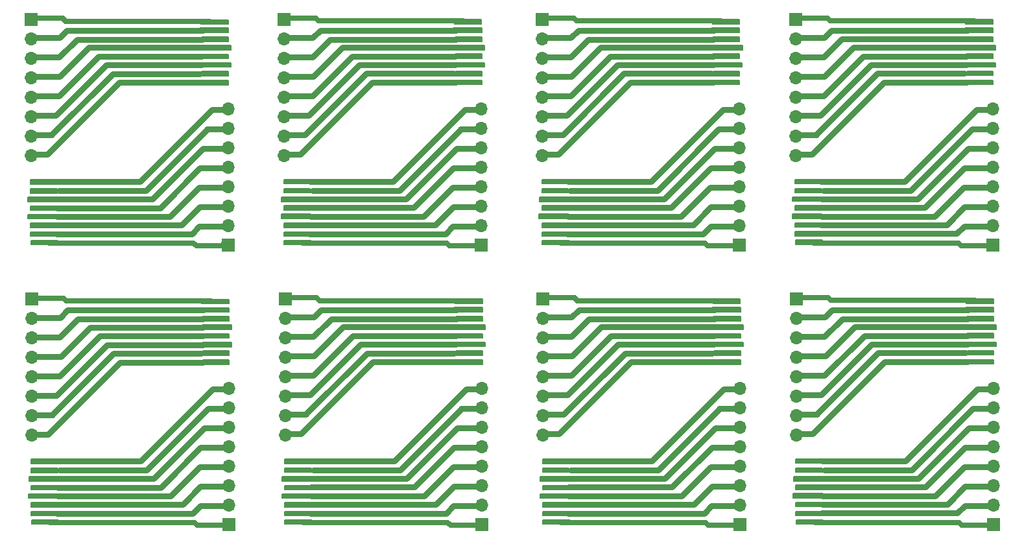
<source format=gbr>
%TF.GenerationSoftware,KiCad,Pcbnew,(7.0.0-0)*%
%TF.CreationDate,2023-03-26T23:37:05+02:00*%
%TF.ProjectId,microsdcard_sub_panelized_wocuts,6d696372-6f73-4646-9361-72645f737562,rev?*%
%TF.SameCoordinates,Original*%
%TF.FileFunction,Copper,L1,Top*%
%TF.FilePolarity,Positive*%
%FSLAX46Y46*%
G04 Gerber Fmt 4.6, Leading zero omitted, Abs format (unit mm)*
G04 Created by KiCad (PCBNEW (7.0.0-0)) date 2023-03-26 23:37:05*
%MOMM*%
%LPD*%
G01*
G04 APERTURE LIST*
%TA.AperFunction,NonConductor*%
%ADD10C,0.200000*%
%TD*%
%TA.AperFunction,ComponentPad*%
%ADD11R,1.700000X1.700000*%
%TD*%
%TA.AperFunction,ComponentPad*%
%ADD12O,1.700000X1.700000*%
%TD*%
%TA.AperFunction,Conductor*%
%ADD13C,0.750000*%
%TD*%
%TA.AperFunction,Conductor*%
%ADD14C,0.650000*%
%TD*%
G04 APERTURE END LIST*
D10*
G36*
X127116000Y-103244600D02*
G01*
X123628200Y-103244600D01*
X123628200Y-102697000D01*
X127116000Y-102697000D01*
X127116000Y-103244600D01*
G37*
X127116000Y-103244600D02*
X123628200Y-103244600D01*
X123628200Y-102697000D01*
X127116000Y-102697000D01*
X127116000Y-103244600D01*
G36*
X127176600Y-107742600D02*
G01*
X123653200Y-107742600D01*
X123653200Y-107197000D01*
X127176600Y-107197000D01*
X127176600Y-107742600D01*
G37*
X127176600Y-107742600D02*
X123653200Y-107742600D01*
X123653200Y-107197000D01*
X127176600Y-107197000D01*
X127176600Y-107742600D01*
G36*
X127065200Y-100995000D02*
G01*
X123628200Y-100995000D01*
X123628200Y-100447400D01*
X127065200Y-100447400D01*
X127065200Y-100995000D01*
G37*
X127065200Y-100995000D02*
X123628200Y-100995000D01*
X123628200Y-100447400D01*
X127065200Y-100447400D01*
X127065200Y-100995000D01*
G36*
X127319200Y-106645000D02*
G01*
X123628200Y-106645000D01*
X123628200Y-106097400D01*
X127319200Y-106097400D01*
X127319200Y-106645000D01*
G37*
X127319200Y-106645000D02*
X123628200Y-106645000D01*
X123628200Y-106097400D01*
X127319200Y-106097400D01*
X127319200Y-106645000D01*
G36*
X127065200Y-99819200D02*
G01*
X123628200Y-99819200D01*
X123628200Y-99271600D01*
X127065200Y-99271600D01*
X127065200Y-99819200D01*
G37*
X127065200Y-99819200D02*
X123628200Y-99819200D01*
X123628200Y-99271600D01*
X127065200Y-99271600D01*
X127065200Y-99819200D01*
G36*
X127116000Y-105494600D02*
G01*
X123628200Y-105494600D01*
X123628200Y-104921600D01*
X127116000Y-104921600D01*
X127116000Y-105494600D01*
G37*
X127116000Y-105494600D02*
X123628200Y-105494600D01*
X123628200Y-104921600D01*
X127116000Y-104921600D01*
X127116000Y-105494600D01*
G36*
X127090200Y-101572001D02*
G01*
X127090200Y-102119600D01*
X123303200Y-102119600D01*
X123303200Y-101572000D01*
X127090200Y-101572001D01*
G37*
X127090200Y-101572001D02*
X127090200Y-102119600D01*
X123303200Y-102119600D01*
X123303200Y-101572000D01*
X127090200Y-101572001D01*
G36*
X127116000Y-104369600D02*
G01*
X123278199Y-104369600D01*
X123278200Y-103796600D01*
X127116000Y-103796600D01*
X127116000Y-104369600D01*
G37*
X127116000Y-104369600D02*
X123278199Y-104369600D01*
X123278200Y-103796600D01*
X127116000Y-103796600D01*
X127116000Y-104369600D01*
X112926600Y-86326600D02*
X116363600Y-86326600D01*
X116363600Y-86326600D02*
X116363600Y-86874200D01*
X116363600Y-86874200D02*
X112926600Y-86874200D01*
X112926600Y-86874200D02*
X112926600Y-86326600D01*
G36*
X112926600Y-86326600D02*
G01*
X116363600Y-86326600D01*
X116363600Y-86874200D01*
X112926600Y-86874200D01*
X112926600Y-86326600D01*
G37*
X112875800Y-81776200D02*
X116713600Y-81776200D01*
X116713600Y-81776200D02*
X116713600Y-82349200D01*
X116713600Y-82349200D02*
X112875800Y-82349200D01*
X112875800Y-82349200D02*
X112875800Y-81776200D01*
G36*
X112875800Y-81776200D02*
G01*
X116713600Y-81776200D01*
X116713600Y-82349200D01*
X112875800Y-82349200D01*
X112875800Y-81776200D01*
G37*
X112901600Y-84026200D02*
X116688600Y-84026200D01*
X116688600Y-84026200D02*
X116688600Y-84573800D01*
X116688600Y-84573800D02*
X112901600Y-84573800D01*
X112901600Y-84573800D02*
X112901600Y-84026200D01*
G36*
X112901600Y-84026200D02*
G01*
X116688600Y-84026200D01*
X116688600Y-84573800D01*
X112901600Y-84573800D01*
X112901600Y-84026200D01*
G37*
X112815200Y-78403200D02*
X116338600Y-78403200D01*
X116338600Y-78403200D02*
X116338600Y-78948800D01*
X116338600Y-78948800D02*
X112815200Y-78948800D01*
X112815200Y-78948800D02*
X112815200Y-78403200D01*
G36*
X112815200Y-78403200D02*
G01*
X116338600Y-78403200D01*
X116338600Y-78948800D01*
X112815200Y-78948800D01*
X112815200Y-78403200D01*
G37*
X112875800Y-82901200D02*
X116363600Y-82901200D01*
X116363600Y-82901200D02*
X116363600Y-83448800D01*
X116363600Y-83448800D02*
X112875800Y-83448800D01*
X112875800Y-83448800D02*
X112875800Y-82901200D01*
G36*
X112875800Y-82901200D02*
G01*
X116363600Y-82901200D01*
X116363600Y-83448800D01*
X112875800Y-83448800D01*
X112875800Y-82901200D01*
G37*
X112875800Y-80651200D02*
X116363600Y-80651200D01*
X116363600Y-80651200D02*
X116363600Y-81224200D01*
X116363600Y-81224200D02*
X112875800Y-81224200D01*
X112875800Y-81224200D02*
X112875800Y-80651200D01*
G36*
X112875800Y-80651200D02*
G01*
X116363600Y-80651200D01*
X116363600Y-81224200D01*
X112875800Y-81224200D01*
X112875800Y-80651200D01*
G37*
X112672600Y-79500800D02*
X116363600Y-79500800D01*
X116363600Y-79500800D02*
X116363600Y-80048400D01*
X116363600Y-80048400D02*
X112672600Y-80048400D01*
X112672600Y-80048400D02*
X112672600Y-79500800D01*
G36*
X112672600Y-79500800D02*
G01*
X116363600Y-79500800D01*
X116363600Y-80048400D01*
X112672600Y-80048400D01*
X112672600Y-79500800D01*
G37*
X112926600Y-85150800D02*
X116363600Y-85150800D01*
X116363600Y-85150800D02*
X116363600Y-85698400D01*
X116363600Y-85698400D02*
X112926600Y-85698400D01*
X112926600Y-85698400D02*
X112926600Y-85150800D01*
G36*
X112926600Y-85150800D02*
G01*
X116363600Y-85150800D01*
X116363600Y-85698400D01*
X112926600Y-85698400D01*
X112926600Y-85150800D01*
G37*
G36*
X94039400Y-104384200D02*
G01*
X90201599Y-104384200D01*
X90201600Y-103811200D01*
X94039400Y-103811200D01*
X94039400Y-104384200D01*
G37*
X94039400Y-104384200D02*
X90201599Y-104384200D01*
X90201600Y-103811200D01*
X94039400Y-103811200D01*
X94039400Y-104384200D01*
G36*
X94013600Y-101586601D02*
G01*
X94013600Y-102134200D01*
X90226600Y-102134200D01*
X90226600Y-101586600D01*
X94013600Y-101586601D01*
G37*
X94013600Y-101586601D02*
X94013600Y-102134200D01*
X90226600Y-102134200D01*
X90226600Y-101586600D01*
X94013600Y-101586601D01*
G36*
X94039400Y-105509200D02*
G01*
X90551600Y-105509200D01*
X90551600Y-104936200D01*
X94039400Y-104936200D01*
X94039400Y-105509200D01*
G37*
X94039400Y-105509200D02*
X90551600Y-105509200D01*
X90551600Y-104936200D01*
X94039400Y-104936200D01*
X94039400Y-105509200D01*
G36*
X94242600Y-106659600D02*
G01*
X90551600Y-106659600D01*
X90551600Y-106112000D01*
X94242600Y-106112000D01*
X94242600Y-106659600D01*
G37*
X94242600Y-106659600D02*
X90551600Y-106659600D01*
X90551600Y-106112000D01*
X94242600Y-106112000D01*
X94242600Y-106659600D01*
G36*
X94039400Y-103259200D02*
G01*
X90551600Y-103259200D01*
X90551600Y-102711600D01*
X94039400Y-102711600D01*
X94039400Y-103259200D01*
G37*
X94039400Y-103259200D02*
X90551600Y-103259200D01*
X90551600Y-102711600D01*
X94039400Y-102711600D01*
X94039400Y-103259200D01*
G36*
X93988600Y-101009600D02*
G01*
X90551600Y-101009600D01*
X90551600Y-100462000D01*
X93988600Y-100462000D01*
X93988600Y-101009600D01*
G37*
X93988600Y-101009600D02*
X90551600Y-101009600D01*
X90551600Y-100462000D01*
X93988600Y-100462000D01*
X93988600Y-101009600D01*
G36*
X94100000Y-107757200D02*
G01*
X90576600Y-107757200D01*
X90576600Y-107211600D01*
X94100000Y-107211600D01*
X94100000Y-107757200D01*
G37*
X94100000Y-107757200D02*
X90576600Y-107757200D01*
X90576600Y-107211600D01*
X94100000Y-107211600D01*
X94100000Y-107757200D01*
G36*
X93988600Y-99833800D02*
G01*
X90551600Y-99833800D01*
X90551600Y-99286200D01*
X93988600Y-99286200D01*
X93988600Y-99833800D01*
G37*
X93988600Y-99833800D02*
X90551600Y-99833800D01*
X90551600Y-99286200D01*
X93988600Y-99286200D01*
X93988600Y-99833800D01*
G36*
X193867600Y-105480000D02*
G01*
X190379800Y-105480000D01*
X190379800Y-104907000D01*
X193867600Y-104907000D01*
X193867600Y-105480000D01*
G37*
X193867600Y-105480000D02*
X190379800Y-105480000D01*
X190379800Y-104907000D01*
X193867600Y-104907000D01*
X193867600Y-105480000D01*
X179653200Y-84011600D02*
X183440200Y-84011600D01*
X183440200Y-84011600D02*
X183440200Y-84559200D01*
X183440200Y-84559200D02*
X179653200Y-84559200D01*
X179653200Y-84559200D02*
X179653200Y-84011600D01*
G36*
X179653200Y-84011600D02*
G01*
X183440200Y-84011600D01*
X183440200Y-84559200D01*
X179653200Y-84559200D01*
X179653200Y-84011600D01*
G37*
X212729800Y-83997000D02*
X216516800Y-83997000D01*
X216516800Y-83997000D02*
X216516800Y-84544600D01*
X216516800Y-84544600D02*
X212729800Y-84544600D01*
X212729800Y-84544600D02*
X212729800Y-83997000D01*
G36*
X212729800Y-83997000D02*
G01*
X216516800Y-83997000D01*
X216516800Y-84544600D01*
X212729800Y-84544600D01*
X212729800Y-83997000D01*
G37*
X179566800Y-78388600D02*
X183090200Y-78388600D01*
X183090200Y-78388600D02*
X183090200Y-78934200D01*
X183090200Y-78934200D02*
X179566800Y-78934200D01*
X179566800Y-78934200D02*
X179566800Y-78388600D01*
G36*
X179566800Y-78388600D02*
G01*
X183090200Y-78388600D01*
X183090200Y-78934200D01*
X179566800Y-78934200D01*
X179566800Y-78388600D01*
G37*
X179627400Y-81761600D02*
X183465200Y-81761600D01*
X183465200Y-81761600D02*
X183465200Y-82334600D01*
X183465200Y-82334600D02*
X179627400Y-82334600D01*
X179627400Y-82334600D02*
X179627400Y-81761600D01*
G36*
X179627400Y-81761600D02*
G01*
X183465200Y-81761600D01*
X183465200Y-82334600D01*
X179627400Y-82334600D01*
X179627400Y-81761600D01*
G37*
X212704000Y-82872000D02*
X216191800Y-82872000D01*
X216191800Y-82872000D02*
X216191800Y-83419600D01*
X216191800Y-83419600D02*
X212704000Y-83419600D01*
X212704000Y-83419600D02*
X212704000Y-82872000D01*
G36*
X212704000Y-82872000D02*
G01*
X216191800Y-82872000D01*
X216191800Y-83419600D01*
X212704000Y-83419600D01*
X212704000Y-82872000D01*
G37*
X179678200Y-85136200D02*
X183115200Y-85136200D01*
X183115200Y-85136200D02*
X183115200Y-85683800D01*
X183115200Y-85683800D02*
X179678200Y-85683800D01*
X179678200Y-85683800D02*
X179678200Y-85136200D01*
G36*
X179678200Y-85136200D02*
G01*
X183115200Y-85136200D01*
X183115200Y-85683800D01*
X179678200Y-85683800D01*
X179678200Y-85136200D01*
G37*
X179627400Y-82886600D02*
X183115200Y-82886600D01*
X183115200Y-82886600D02*
X183115200Y-83434200D01*
X183115200Y-83434200D02*
X179627400Y-83434200D01*
X179627400Y-83434200D02*
X179627400Y-82886600D01*
G36*
X179627400Y-82886600D02*
G01*
X183115200Y-82886600D01*
X183115200Y-83434200D01*
X179627400Y-83434200D01*
X179627400Y-82886600D01*
G37*
X179424200Y-79486200D02*
X183115200Y-79486200D01*
X183115200Y-79486200D02*
X183115200Y-80033800D01*
X183115200Y-80033800D02*
X179424200Y-80033800D01*
X179424200Y-80033800D02*
X179424200Y-79486200D01*
G36*
X179424200Y-79486200D02*
G01*
X183115200Y-79486200D01*
X183115200Y-80033800D01*
X179424200Y-80033800D01*
X179424200Y-79486200D01*
G37*
X212754800Y-86297400D02*
X216191800Y-86297400D01*
X216191800Y-86297400D02*
X216191800Y-86845000D01*
X216191800Y-86845000D02*
X212754800Y-86845000D01*
X212754800Y-86845000D02*
X212754800Y-86297400D01*
G36*
X212754800Y-86297400D02*
G01*
X216191800Y-86297400D01*
X216191800Y-86845000D01*
X212754800Y-86845000D01*
X212754800Y-86297400D01*
G37*
X179678200Y-86312000D02*
X183115200Y-86312000D01*
X183115200Y-86312000D02*
X183115200Y-86859600D01*
X183115200Y-86859600D02*
X179678200Y-86859600D01*
X179678200Y-86859600D02*
X179678200Y-86312000D01*
G36*
X179678200Y-86312000D02*
G01*
X183115200Y-86312000D01*
X183115200Y-86859600D01*
X179678200Y-86859600D01*
X179678200Y-86312000D01*
G37*
X179627400Y-80636600D02*
X183115200Y-80636600D01*
X183115200Y-80636600D02*
X183115200Y-81209600D01*
X183115200Y-81209600D02*
X179627400Y-81209600D01*
X179627400Y-81209600D02*
X179627400Y-80636600D01*
G36*
X179627400Y-80636600D02*
G01*
X183115200Y-80636600D01*
X183115200Y-81209600D01*
X179627400Y-81209600D01*
X179627400Y-80636600D01*
G37*
G36*
X160994200Y-106645000D02*
G01*
X157303200Y-106645000D01*
X157303200Y-106097400D01*
X160994200Y-106097400D01*
X160994200Y-106645000D01*
G37*
X160994200Y-106645000D02*
X157303200Y-106645000D01*
X157303200Y-106097400D01*
X160994200Y-106097400D01*
X160994200Y-106645000D01*
G36*
X160765200Y-101572001D02*
G01*
X160765200Y-102119600D01*
X156978200Y-102119600D01*
X156978200Y-101572000D01*
X160765200Y-101572001D01*
G37*
X160765200Y-101572001D02*
X160765200Y-102119600D01*
X156978200Y-102119600D01*
X156978200Y-101572000D01*
X160765200Y-101572001D01*
G36*
X160791000Y-105494600D02*
G01*
X157303200Y-105494600D01*
X157303200Y-104921600D01*
X160791000Y-104921600D01*
X160791000Y-105494600D01*
G37*
X160791000Y-105494600D02*
X157303200Y-105494600D01*
X157303200Y-104921600D01*
X160791000Y-104921600D01*
X160791000Y-105494600D01*
G36*
X160851600Y-107742600D02*
G01*
X157328200Y-107742600D01*
X157328200Y-107197000D01*
X160851600Y-107197000D01*
X160851600Y-107742600D01*
G37*
X160851600Y-107742600D02*
X157328200Y-107742600D01*
X157328200Y-107197000D01*
X160851600Y-107197000D01*
X160851600Y-107742600D01*
G36*
X160791000Y-103244600D02*
G01*
X157303200Y-103244600D01*
X157303200Y-102697000D01*
X160791000Y-102697000D01*
X160791000Y-103244600D01*
G37*
X160791000Y-103244600D02*
X157303200Y-103244600D01*
X157303200Y-102697000D01*
X160791000Y-102697000D01*
X160791000Y-103244600D01*
G36*
X160740200Y-99819200D02*
G01*
X157303200Y-99819200D01*
X157303200Y-99271600D01*
X160740200Y-99271600D01*
X160740200Y-99819200D01*
G37*
X160740200Y-99819200D02*
X157303200Y-99819200D01*
X157303200Y-99271600D01*
X160740200Y-99271600D01*
X160740200Y-99819200D01*
X212643400Y-78374000D02*
X216166800Y-78374000D01*
X216166800Y-78374000D02*
X216166800Y-78919600D01*
X216166800Y-78919600D02*
X212643400Y-78919600D01*
X212643400Y-78919600D02*
X212643400Y-78374000D01*
G36*
X212643400Y-78374000D02*
G01*
X216166800Y-78374000D01*
X216166800Y-78919600D01*
X212643400Y-78919600D01*
X212643400Y-78374000D01*
G37*
X212704000Y-81747000D02*
X216541800Y-81747000D01*
X216541800Y-81747000D02*
X216541800Y-82320000D01*
X216541800Y-82320000D02*
X212704000Y-82320000D01*
X212704000Y-82320000D02*
X212704000Y-81747000D01*
G36*
X212704000Y-81747000D02*
G01*
X216541800Y-81747000D01*
X216541800Y-82320000D01*
X212704000Y-82320000D01*
X212704000Y-81747000D01*
G37*
G36*
X160740200Y-100995000D02*
G01*
X157303200Y-100995000D01*
X157303200Y-100447400D01*
X160740200Y-100447400D01*
X160740200Y-100995000D01*
G37*
X160740200Y-100995000D02*
X157303200Y-100995000D01*
X157303200Y-100447400D01*
X160740200Y-100447400D01*
X160740200Y-100995000D01*
X212500800Y-79471600D02*
X216191800Y-79471600D01*
X216191800Y-79471600D02*
X216191800Y-80019200D01*
X216191800Y-80019200D02*
X212500800Y-80019200D01*
X212500800Y-80019200D02*
X212500800Y-79471600D01*
G36*
X212500800Y-79471600D02*
G01*
X216191800Y-79471600D01*
X216191800Y-80019200D01*
X212500800Y-80019200D01*
X212500800Y-79471600D01*
G37*
X212754800Y-85121600D02*
X216191800Y-85121600D01*
X216191800Y-85121600D02*
X216191800Y-85669200D01*
X216191800Y-85669200D02*
X212754800Y-85669200D01*
X212754800Y-85669200D02*
X212754800Y-85121600D01*
G36*
X212754800Y-85121600D02*
G01*
X216191800Y-85121600D01*
X216191800Y-85669200D01*
X212754800Y-85669200D01*
X212754800Y-85121600D01*
G37*
X212704000Y-80622000D02*
X216191800Y-80622000D01*
X216191800Y-80622000D02*
X216191800Y-81195000D01*
X216191800Y-81195000D02*
X212704000Y-81195000D01*
X212704000Y-81195000D02*
X212704000Y-80622000D01*
G36*
X212704000Y-80622000D02*
G01*
X216191800Y-80622000D01*
X216191800Y-81195000D01*
X212704000Y-81195000D01*
X212704000Y-80622000D01*
G37*
X145749200Y-79486200D02*
X149440200Y-79486200D01*
X149440200Y-79486200D02*
X149440200Y-80033800D01*
X149440200Y-80033800D02*
X145749200Y-80033800D01*
X145749200Y-80033800D02*
X145749200Y-79486200D01*
G36*
X145749200Y-79486200D02*
G01*
X149440200Y-79486200D01*
X149440200Y-80033800D01*
X145749200Y-80033800D01*
X145749200Y-79486200D01*
G37*
X146003200Y-86312000D02*
X149440200Y-86312000D01*
X149440200Y-86312000D02*
X149440200Y-86859600D01*
X149440200Y-86859600D02*
X146003200Y-86859600D01*
X146003200Y-86859600D02*
X146003200Y-86312000D01*
G36*
X146003200Y-86312000D02*
G01*
X149440200Y-86312000D01*
X149440200Y-86859600D01*
X146003200Y-86859600D01*
X146003200Y-86312000D01*
G37*
X146003200Y-85136200D02*
X149440200Y-85136200D01*
X149440200Y-85136200D02*
X149440200Y-85683800D01*
X149440200Y-85683800D02*
X146003200Y-85683800D01*
X146003200Y-85683800D02*
X146003200Y-85136200D01*
G36*
X146003200Y-85136200D02*
G01*
X149440200Y-85136200D01*
X149440200Y-85683800D01*
X146003200Y-85683800D01*
X146003200Y-85136200D01*
G37*
X145952400Y-80636600D02*
X149440200Y-80636600D01*
X149440200Y-80636600D02*
X149440200Y-81209600D01*
X149440200Y-81209600D02*
X145952400Y-81209600D01*
X145952400Y-81209600D02*
X145952400Y-80636600D01*
G36*
X145952400Y-80636600D02*
G01*
X149440200Y-80636600D01*
X149440200Y-81209600D01*
X145952400Y-81209600D01*
X145952400Y-80636600D01*
G37*
X145891800Y-78388600D02*
X149415200Y-78388600D01*
X149415200Y-78388600D02*
X149415200Y-78934200D01*
X149415200Y-78934200D02*
X145891800Y-78934200D01*
X145891800Y-78934200D02*
X145891800Y-78388600D01*
G36*
X145891800Y-78388600D02*
G01*
X149415200Y-78388600D01*
X149415200Y-78934200D01*
X145891800Y-78934200D01*
X145891800Y-78388600D01*
G37*
G36*
X193928200Y-107728000D02*
G01*
X190404800Y-107728000D01*
X190404800Y-107182400D01*
X193928200Y-107182400D01*
X193928200Y-107728000D01*
G37*
X193928200Y-107728000D02*
X190404800Y-107728000D01*
X190404800Y-107182400D01*
X193928200Y-107182400D01*
X193928200Y-107728000D01*
X145952400Y-82886600D02*
X149440200Y-82886600D01*
X149440200Y-82886600D02*
X149440200Y-83434200D01*
X149440200Y-83434200D02*
X145952400Y-83434200D01*
X145952400Y-83434200D02*
X145952400Y-82886600D01*
G36*
X145952400Y-82886600D02*
G01*
X149440200Y-82886600D01*
X149440200Y-83434200D01*
X145952400Y-83434200D01*
X145952400Y-82886600D01*
G37*
G36*
X193816800Y-100980400D02*
G01*
X190379800Y-100980400D01*
X190379800Y-100432800D01*
X193816800Y-100432800D01*
X193816800Y-100980400D01*
G37*
X193816800Y-100980400D02*
X190379800Y-100980400D01*
X190379800Y-100432800D01*
X193816800Y-100432800D01*
X193816800Y-100980400D01*
X145952400Y-81761600D02*
X149790200Y-81761600D01*
X149790200Y-81761600D02*
X149790200Y-82334600D01*
X149790200Y-82334600D02*
X145952400Y-82334600D01*
X145952400Y-82334600D02*
X145952400Y-81761600D01*
G36*
X145952400Y-81761600D02*
G01*
X149790200Y-81761600D01*
X149790200Y-82334600D01*
X145952400Y-82334600D01*
X145952400Y-81761600D01*
G37*
X145978200Y-84011600D02*
X149765200Y-84011600D01*
X149765200Y-84011600D02*
X149765200Y-84559200D01*
X149765200Y-84559200D02*
X145978200Y-84559200D01*
X145978200Y-84559200D02*
X145978200Y-84011600D01*
G36*
X145978200Y-84011600D02*
G01*
X149765200Y-84011600D01*
X149765200Y-84559200D01*
X145978200Y-84559200D01*
X145978200Y-84011600D01*
G37*
G36*
X160791000Y-104369600D02*
G01*
X156953199Y-104369600D01*
X156953200Y-103796600D01*
X160791000Y-103796600D01*
X160791000Y-104369600D01*
G37*
X160791000Y-104369600D02*
X156953199Y-104369600D01*
X156953200Y-103796600D01*
X160791000Y-103796600D01*
X160791000Y-104369600D01*
G36*
X194070800Y-106630400D02*
G01*
X190379800Y-106630400D01*
X190379800Y-106082800D01*
X194070800Y-106082800D01*
X194070800Y-106630400D01*
G37*
X194070800Y-106630400D02*
X190379800Y-106630400D01*
X190379800Y-106082800D01*
X194070800Y-106082800D01*
X194070800Y-106630400D01*
G36*
X193816800Y-99804600D02*
G01*
X190379800Y-99804600D01*
X190379800Y-99257000D01*
X193816800Y-99257000D01*
X193816800Y-99804600D01*
G37*
X193816800Y-99804600D02*
X190379800Y-99804600D01*
X190379800Y-99257000D01*
X193816800Y-99257000D01*
X193816800Y-99804600D01*
G36*
X193867600Y-103230000D02*
G01*
X190379800Y-103230000D01*
X190379800Y-102682400D01*
X193867600Y-102682400D01*
X193867600Y-103230000D01*
G37*
X193867600Y-103230000D02*
X190379800Y-103230000D01*
X190379800Y-102682400D01*
X193867600Y-102682400D01*
X193867600Y-103230000D01*
G36*
X193867600Y-104355000D02*
G01*
X190029799Y-104355000D01*
X190029800Y-103782000D01*
X193867600Y-103782000D01*
X193867600Y-104355000D01*
G37*
X193867600Y-104355000D02*
X190029799Y-104355000D01*
X190029800Y-103782000D01*
X193867600Y-103782000D01*
X193867600Y-104355000D01*
G36*
X193841800Y-101557401D02*
G01*
X193841800Y-102105000D01*
X190054800Y-102105000D01*
X190054800Y-101557400D01*
X193841800Y-101557401D01*
G37*
X193841800Y-101557401D02*
X193841800Y-102105000D01*
X190054800Y-102105000D01*
X190054800Y-101557400D01*
X193841800Y-101557401D01*
X112975800Y-119401200D02*
X116463600Y-119401200D01*
X116463600Y-119401200D02*
X116463600Y-119948800D01*
X116463600Y-119948800D02*
X112975800Y-119948800D01*
X112975800Y-119948800D02*
X112975800Y-119401200D01*
G36*
X112975800Y-119401200D02*
G01*
X116463600Y-119401200D01*
X116463600Y-119948800D01*
X112975800Y-119948800D01*
X112975800Y-119401200D01*
G37*
X112975800Y-118276200D02*
X116813600Y-118276200D01*
X116813600Y-118276200D02*
X116813600Y-118849200D01*
X116813600Y-118849200D02*
X112975800Y-118849200D01*
X112975800Y-118849200D02*
X112975800Y-118276200D01*
G36*
X112975800Y-118276200D02*
G01*
X116813600Y-118276200D01*
X116813600Y-118849200D01*
X112975800Y-118849200D01*
X112975800Y-118276200D01*
G37*
X112772600Y-116000800D02*
X116463600Y-116000800D01*
X116463600Y-116000800D02*
X116463600Y-116548400D01*
X116463600Y-116548400D02*
X112772600Y-116548400D01*
X112772600Y-116548400D02*
X112772600Y-116000800D01*
G36*
X112772600Y-116000800D02*
G01*
X116463600Y-116000800D01*
X116463600Y-116548400D01*
X112772600Y-116548400D01*
X112772600Y-116000800D01*
G37*
X112975800Y-117151200D02*
X116463600Y-117151200D01*
X116463600Y-117151200D02*
X116463600Y-117724200D01*
X116463600Y-117724200D02*
X112975800Y-117724200D01*
X112975800Y-117724200D02*
X112975800Y-117151200D01*
G36*
X112975800Y-117151200D02*
G01*
X116463600Y-117151200D01*
X116463600Y-117724200D01*
X112975800Y-117724200D01*
X112975800Y-117151200D01*
G37*
X113026600Y-122826600D02*
X116463600Y-122826600D01*
X116463600Y-122826600D02*
X116463600Y-123374200D01*
X116463600Y-123374200D02*
X113026600Y-123374200D01*
X113026600Y-123374200D02*
X113026600Y-122826600D01*
G36*
X113026600Y-122826600D02*
G01*
X116463600Y-122826600D01*
X116463600Y-123374200D01*
X113026600Y-123374200D01*
X113026600Y-122826600D01*
G37*
X113026600Y-121650800D02*
X116463600Y-121650800D01*
X116463600Y-121650800D02*
X116463600Y-122198400D01*
X116463600Y-122198400D02*
X113026600Y-122198400D01*
X113026600Y-122198400D02*
X113026600Y-121650800D01*
G36*
X113026600Y-121650800D02*
G01*
X116463600Y-121650800D01*
X116463600Y-122198400D01*
X113026600Y-122198400D01*
X113026600Y-121650800D01*
G37*
X112915200Y-114903200D02*
X116438600Y-114903200D01*
X116438600Y-114903200D02*
X116438600Y-115448800D01*
X116438600Y-115448800D02*
X112915200Y-115448800D01*
X112915200Y-115448800D02*
X112915200Y-114903200D01*
G36*
X112915200Y-114903200D02*
G01*
X116438600Y-114903200D01*
X116438600Y-115448800D01*
X112915200Y-115448800D01*
X112915200Y-114903200D01*
G37*
X113001600Y-120526200D02*
X116788600Y-120526200D01*
X116788600Y-120526200D02*
X116788600Y-121073800D01*
X116788600Y-121073800D02*
X113001600Y-121073800D01*
X113001600Y-121073800D02*
X113001600Y-120526200D01*
G36*
X113001600Y-120526200D02*
G01*
X116788600Y-120526200D01*
X116788600Y-121073800D01*
X113001600Y-121073800D01*
X113001600Y-120526200D01*
G37*
G36*
X193941800Y-138057401D02*
G01*
X193941800Y-138605000D01*
X190154800Y-138605000D01*
X190154800Y-138057400D01*
X193941800Y-138057401D01*
G37*
X193941800Y-138057401D02*
X193941800Y-138605000D01*
X190154800Y-138605000D01*
X190154800Y-138057400D01*
X193941800Y-138057401D01*
G36*
X194170800Y-143130400D02*
G01*
X190479800Y-143130400D01*
X190479800Y-142582800D01*
X194170800Y-142582800D01*
X194170800Y-143130400D01*
G37*
X194170800Y-143130400D02*
X190479800Y-143130400D01*
X190479800Y-142582800D01*
X194170800Y-142582800D01*
X194170800Y-143130400D01*
G36*
X193916800Y-136304600D02*
G01*
X190479800Y-136304600D01*
X190479800Y-135757000D01*
X193916800Y-135757000D01*
X193916800Y-136304600D01*
G37*
X193916800Y-136304600D02*
X190479800Y-136304600D01*
X190479800Y-135757000D01*
X193916800Y-135757000D01*
X193916800Y-136304600D01*
G36*
X193916800Y-137480400D02*
G01*
X190479800Y-137480400D01*
X190479800Y-136932800D01*
X193916800Y-136932800D01*
X193916800Y-137480400D01*
G37*
X193916800Y-137480400D02*
X190479800Y-137480400D01*
X190479800Y-136932800D01*
X193916800Y-136932800D01*
X193916800Y-137480400D01*
G36*
X193967600Y-139730000D02*
G01*
X190479800Y-139730000D01*
X190479800Y-139182400D01*
X193967600Y-139182400D01*
X193967600Y-139730000D01*
G37*
X193967600Y-139730000D02*
X190479800Y-139730000D01*
X190479800Y-139182400D01*
X193967600Y-139182400D01*
X193967600Y-139730000D01*
G36*
X193967600Y-141980000D02*
G01*
X190479800Y-141980000D01*
X190479800Y-141407000D01*
X193967600Y-141407000D01*
X193967600Y-141980000D01*
G37*
X193967600Y-141980000D02*
X190479800Y-141980000D01*
X190479800Y-141407000D01*
X193967600Y-141407000D01*
X193967600Y-141980000D01*
G36*
X193967600Y-140855000D02*
G01*
X190129799Y-140855000D01*
X190129800Y-140282000D01*
X193967600Y-140282000D01*
X193967600Y-140855000D01*
G37*
X193967600Y-140855000D02*
X190129799Y-140855000D01*
X190129800Y-140282000D01*
X193967600Y-140282000D01*
X193967600Y-140855000D01*
G36*
X194028200Y-144228000D02*
G01*
X190504800Y-144228000D01*
X190504800Y-143682400D01*
X194028200Y-143682400D01*
X194028200Y-144228000D01*
G37*
X194028200Y-144228000D02*
X190504800Y-144228000D01*
X190504800Y-143682400D01*
X194028200Y-143682400D01*
X194028200Y-144228000D01*
X179753200Y-120511600D02*
X183540200Y-120511600D01*
X183540200Y-120511600D02*
X183540200Y-121059200D01*
X183540200Y-121059200D02*
X179753200Y-121059200D01*
X179753200Y-121059200D02*
X179753200Y-120511600D01*
G36*
X179753200Y-120511600D02*
G01*
X183540200Y-120511600D01*
X183540200Y-121059200D01*
X179753200Y-121059200D01*
X179753200Y-120511600D01*
G37*
X179727400Y-117136600D02*
X183215200Y-117136600D01*
X183215200Y-117136600D02*
X183215200Y-117709600D01*
X183215200Y-117709600D02*
X179727400Y-117709600D01*
X179727400Y-117709600D02*
X179727400Y-117136600D01*
G36*
X179727400Y-117136600D02*
G01*
X183215200Y-117136600D01*
X183215200Y-117709600D01*
X179727400Y-117709600D01*
X179727400Y-117136600D01*
G37*
X179778200Y-122812000D02*
X183215200Y-122812000D01*
X183215200Y-122812000D02*
X183215200Y-123359600D01*
X183215200Y-123359600D02*
X179778200Y-123359600D01*
X179778200Y-123359600D02*
X179778200Y-122812000D01*
G36*
X179778200Y-122812000D02*
G01*
X183215200Y-122812000D01*
X183215200Y-123359600D01*
X179778200Y-123359600D01*
X179778200Y-122812000D01*
G37*
X179524200Y-115986200D02*
X183215200Y-115986200D01*
X183215200Y-115986200D02*
X183215200Y-116533800D01*
X183215200Y-116533800D02*
X179524200Y-116533800D01*
X179524200Y-116533800D02*
X179524200Y-115986200D01*
G36*
X179524200Y-115986200D02*
G01*
X183215200Y-115986200D01*
X183215200Y-116533800D01*
X179524200Y-116533800D01*
X179524200Y-115986200D01*
G37*
X179778200Y-121636200D02*
X183215200Y-121636200D01*
X183215200Y-121636200D02*
X183215200Y-122183800D01*
X183215200Y-122183800D02*
X179778200Y-122183800D01*
X179778200Y-122183800D02*
X179778200Y-121636200D01*
G36*
X179778200Y-121636200D02*
G01*
X183215200Y-121636200D01*
X183215200Y-122183800D01*
X179778200Y-122183800D01*
X179778200Y-121636200D01*
G37*
X179727400Y-119386600D02*
X183215200Y-119386600D01*
X183215200Y-119386600D02*
X183215200Y-119934200D01*
X183215200Y-119934200D02*
X179727400Y-119934200D01*
X179727400Y-119934200D02*
X179727400Y-119386600D01*
G36*
X179727400Y-119386600D02*
G01*
X183215200Y-119386600D01*
X183215200Y-119934200D01*
X179727400Y-119934200D01*
X179727400Y-119386600D01*
G37*
X179666800Y-114888600D02*
X183190200Y-114888600D01*
X183190200Y-114888600D02*
X183190200Y-115434200D01*
X183190200Y-115434200D02*
X179666800Y-115434200D01*
X179666800Y-115434200D02*
X179666800Y-114888600D01*
G36*
X179666800Y-114888600D02*
G01*
X183190200Y-114888600D01*
X183190200Y-115434200D01*
X179666800Y-115434200D01*
X179666800Y-114888600D01*
G37*
X179727400Y-118261600D02*
X183565200Y-118261600D01*
X183565200Y-118261600D02*
X183565200Y-118834600D01*
X183565200Y-118834600D02*
X179727400Y-118834600D01*
X179727400Y-118834600D02*
X179727400Y-118261600D01*
G36*
X179727400Y-118261600D02*
G01*
X183565200Y-118261600D01*
X183565200Y-118834600D01*
X179727400Y-118834600D01*
X179727400Y-118261600D01*
G37*
X212804000Y-119372000D02*
X216291800Y-119372000D01*
X216291800Y-119372000D02*
X216291800Y-119919600D01*
X216291800Y-119919600D02*
X212804000Y-119919600D01*
X212804000Y-119919600D02*
X212804000Y-119372000D01*
G36*
X212804000Y-119372000D02*
G01*
X216291800Y-119372000D01*
X216291800Y-119919600D01*
X212804000Y-119919600D01*
X212804000Y-119372000D01*
G37*
X212829800Y-120497000D02*
X216616800Y-120497000D01*
X216616800Y-120497000D02*
X216616800Y-121044600D01*
X216616800Y-121044600D02*
X212829800Y-121044600D01*
X212829800Y-121044600D02*
X212829800Y-120497000D01*
G36*
X212829800Y-120497000D02*
G01*
X216616800Y-120497000D01*
X216616800Y-121044600D01*
X212829800Y-121044600D01*
X212829800Y-120497000D01*
G37*
X212854800Y-122797400D02*
X216291800Y-122797400D01*
X216291800Y-122797400D02*
X216291800Y-123345000D01*
X216291800Y-123345000D02*
X212854800Y-123345000D01*
X212854800Y-123345000D02*
X212854800Y-122797400D01*
G36*
X212854800Y-122797400D02*
G01*
X216291800Y-122797400D01*
X216291800Y-123345000D01*
X212854800Y-123345000D01*
X212854800Y-122797400D01*
G37*
X212600800Y-115971600D02*
X216291800Y-115971600D01*
X216291800Y-115971600D02*
X216291800Y-116519200D01*
X216291800Y-116519200D02*
X212600800Y-116519200D01*
X212600800Y-116519200D02*
X212600800Y-115971600D01*
G36*
X212600800Y-115971600D02*
G01*
X216291800Y-115971600D01*
X216291800Y-116519200D01*
X212600800Y-116519200D01*
X212600800Y-115971600D01*
G37*
X212854800Y-121621600D02*
X216291800Y-121621600D01*
X216291800Y-121621600D02*
X216291800Y-122169200D01*
X216291800Y-122169200D02*
X212854800Y-122169200D01*
X212854800Y-122169200D02*
X212854800Y-121621600D01*
G36*
X212854800Y-121621600D02*
G01*
X216291800Y-121621600D01*
X216291800Y-122169200D01*
X212854800Y-122169200D01*
X212854800Y-121621600D01*
G37*
X212804000Y-117122000D02*
X216291800Y-117122000D01*
X216291800Y-117122000D02*
X216291800Y-117695000D01*
X216291800Y-117695000D02*
X212804000Y-117695000D01*
X212804000Y-117695000D02*
X212804000Y-117122000D01*
G36*
X212804000Y-117122000D02*
G01*
X216291800Y-117122000D01*
X216291800Y-117695000D01*
X212804000Y-117695000D01*
X212804000Y-117122000D01*
G37*
X212743400Y-114874000D02*
X216266800Y-114874000D01*
X216266800Y-114874000D02*
X216266800Y-115419600D01*
X216266800Y-115419600D02*
X212743400Y-115419600D01*
X212743400Y-115419600D02*
X212743400Y-114874000D01*
G36*
X212743400Y-114874000D02*
G01*
X216266800Y-114874000D01*
X216266800Y-115419600D01*
X212743400Y-115419600D01*
X212743400Y-114874000D01*
G37*
X212804000Y-118247000D02*
X216641800Y-118247000D01*
X216641800Y-118247000D02*
X216641800Y-118820000D01*
X216641800Y-118820000D02*
X212804000Y-118820000D01*
X212804000Y-118820000D02*
X212804000Y-118247000D01*
G36*
X212804000Y-118247000D02*
G01*
X216641800Y-118247000D01*
X216641800Y-118820000D01*
X212804000Y-118820000D01*
X212804000Y-118247000D01*
G37*
G36*
X160840200Y-137495000D02*
G01*
X157403200Y-137495000D01*
X157403200Y-136947400D01*
X160840200Y-136947400D01*
X160840200Y-137495000D01*
G37*
X160840200Y-137495000D02*
X157403200Y-137495000D01*
X157403200Y-136947400D01*
X160840200Y-136947400D01*
X160840200Y-137495000D01*
G36*
X161094200Y-143145000D02*
G01*
X157403200Y-143145000D01*
X157403200Y-142597400D01*
X161094200Y-142597400D01*
X161094200Y-143145000D01*
G37*
X161094200Y-143145000D02*
X157403200Y-143145000D01*
X157403200Y-142597400D01*
X161094200Y-142597400D01*
X161094200Y-143145000D01*
G36*
X160865200Y-138072001D02*
G01*
X160865200Y-138619600D01*
X157078200Y-138619600D01*
X157078200Y-138072000D01*
X160865200Y-138072001D01*
G37*
X160865200Y-138072001D02*
X160865200Y-138619600D01*
X157078200Y-138619600D01*
X157078200Y-138072000D01*
X160865200Y-138072001D01*
G36*
X160891000Y-141994600D02*
G01*
X157403200Y-141994600D01*
X157403200Y-141421600D01*
X160891000Y-141421600D01*
X160891000Y-141994600D01*
G37*
X160891000Y-141994600D02*
X157403200Y-141994600D01*
X157403200Y-141421600D01*
X160891000Y-141421600D01*
X160891000Y-141994600D01*
G36*
X160951600Y-144242600D02*
G01*
X157428200Y-144242600D01*
X157428200Y-143697000D01*
X160951600Y-143697000D01*
X160951600Y-144242600D01*
G37*
X160951600Y-144242600D02*
X157428200Y-144242600D01*
X157428200Y-143697000D01*
X160951600Y-143697000D01*
X160951600Y-144242600D01*
G36*
X160891000Y-139744600D02*
G01*
X157403200Y-139744600D01*
X157403200Y-139197000D01*
X160891000Y-139197000D01*
X160891000Y-139744600D01*
G37*
X160891000Y-139744600D02*
X157403200Y-139744600D01*
X157403200Y-139197000D01*
X160891000Y-139197000D01*
X160891000Y-139744600D01*
G36*
X160840200Y-136319200D02*
G01*
X157403200Y-136319200D01*
X157403200Y-135771600D01*
X160840200Y-135771600D01*
X160840200Y-136319200D01*
G37*
X160840200Y-136319200D02*
X157403200Y-136319200D01*
X157403200Y-135771600D01*
X160840200Y-135771600D01*
X160840200Y-136319200D01*
G36*
X160891000Y-140869600D02*
G01*
X157053199Y-140869600D01*
X157053200Y-140296600D01*
X160891000Y-140296600D01*
X160891000Y-140869600D01*
G37*
X160891000Y-140869600D02*
X157053199Y-140869600D01*
X157053200Y-140296600D01*
X160891000Y-140296600D01*
X160891000Y-140869600D01*
X146078200Y-120511600D02*
X149865200Y-120511600D01*
X149865200Y-120511600D02*
X149865200Y-121059200D01*
X149865200Y-121059200D02*
X146078200Y-121059200D01*
X146078200Y-121059200D02*
X146078200Y-120511600D01*
G36*
X146078200Y-120511600D02*
G01*
X149865200Y-120511600D01*
X149865200Y-121059200D01*
X146078200Y-121059200D01*
X146078200Y-120511600D01*
G37*
X146052400Y-118261600D02*
X149890200Y-118261600D01*
X149890200Y-118261600D02*
X149890200Y-118834600D01*
X149890200Y-118834600D02*
X146052400Y-118834600D01*
X146052400Y-118834600D02*
X146052400Y-118261600D01*
G36*
X146052400Y-118261600D02*
G01*
X149890200Y-118261600D01*
X149890200Y-118834600D01*
X146052400Y-118834600D01*
X146052400Y-118261600D01*
G37*
X146052400Y-119386600D02*
X149540200Y-119386600D01*
X149540200Y-119386600D02*
X149540200Y-119934200D01*
X149540200Y-119934200D02*
X146052400Y-119934200D01*
X146052400Y-119934200D02*
X146052400Y-119386600D01*
G36*
X146052400Y-119386600D02*
G01*
X149540200Y-119386600D01*
X149540200Y-119934200D01*
X146052400Y-119934200D01*
X146052400Y-119386600D01*
G37*
X145849200Y-115986200D02*
X149540200Y-115986200D01*
X149540200Y-115986200D02*
X149540200Y-116533800D01*
X149540200Y-116533800D02*
X145849200Y-116533800D01*
X145849200Y-116533800D02*
X145849200Y-115986200D01*
G36*
X145849200Y-115986200D02*
G01*
X149540200Y-115986200D01*
X149540200Y-116533800D01*
X145849200Y-116533800D01*
X145849200Y-115986200D01*
G37*
X146103200Y-122812000D02*
X149540200Y-122812000D01*
X149540200Y-122812000D02*
X149540200Y-123359600D01*
X149540200Y-123359600D02*
X146103200Y-123359600D01*
X146103200Y-123359600D02*
X146103200Y-122812000D01*
G36*
X146103200Y-122812000D02*
G01*
X149540200Y-122812000D01*
X149540200Y-123359600D01*
X146103200Y-123359600D01*
X146103200Y-122812000D01*
G37*
X146103200Y-121636200D02*
X149540200Y-121636200D01*
X149540200Y-121636200D02*
X149540200Y-122183800D01*
X149540200Y-122183800D02*
X146103200Y-122183800D01*
X146103200Y-122183800D02*
X146103200Y-121636200D01*
G36*
X146103200Y-121636200D02*
G01*
X149540200Y-121636200D01*
X149540200Y-122183800D01*
X146103200Y-122183800D01*
X146103200Y-121636200D01*
G37*
X146052400Y-117136600D02*
X149540200Y-117136600D01*
X149540200Y-117136600D02*
X149540200Y-117709600D01*
X149540200Y-117709600D02*
X146052400Y-117709600D01*
X146052400Y-117709600D02*
X146052400Y-117136600D01*
G36*
X146052400Y-117136600D02*
G01*
X149540200Y-117136600D01*
X149540200Y-117709600D01*
X146052400Y-117709600D01*
X146052400Y-117136600D01*
G37*
X145991800Y-114888600D02*
X149515200Y-114888600D01*
X149515200Y-114888600D02*
X149515200Y-115434200D01*
X149515200Y-115434200D02*
X145991800Y-115434200D01*
X145991800Y-115434200D02*
X145991800Y-114888600D01*
G36*
X145991800Y-114888600D02*
G01*
X149515200Y-114888600D01*
X149515200Y-115434200D01*
X145991800Y-115434200D01*
X145991800Y-114888600D01*
G37*
G36*
X127216000Y-139744600D02*
G01*
X123728200Y-139744600D01*
X123728200Y-139197000D01*
X127216000Y-139197000D01*
X127216000Y-139744600D01*
G37*
X127216000Y-139744600D02*
X123728200Y-139744600D01*
X123728200Y-139197000D01*
X127216000Y-139197000D01*
X127216000Y-139744600D01*
G36*
X127276600Y-144242600D02*
G01*
X123753200Y-144242600D01*
X123753200Y-143697000D01*
X127276600Y-143697000D01*
X127276600Y-144242600D01*
G37*
X127276600Y-144242600D02*
X123753200Y-144242600D01*
X123753200Y-143697000D01*
X127276600Y-143697000D01*
X127276600Y-144242600D01*
G36*
X127165200Y-137495000D02*
G01*
X123728200Y-137495000D01*
X123728200Y-136947400D01*
X127165200Y-136947400D01*
X127165200Y-137495000D01*
G37*
X127165200Y-137495000D02*
X123728200Y-137495000D01*
X123728200Y-136947400D01*
X127165200Y-136947400D01*
X127165200Y-137495000D01*
G36*
X127419200Y-143145000D02*
G01*
X123728200Y-143145000D01*
X123728200Y-142597400D01*
X127419200Y-142597400D01*
X127419200Y-143145000D01*
G37*
X127419200Y-143145000D02*
X123728200Y-143145000D01*
X123728200Y-142597400D01*
X127419200Y-142597400D01*
X127419200Y-143145000D01*
G36*
X127165200Y-136319200D02*
G01*
X123728200Y-136319200D01*
X123728200Y-135771600D01*
X127165200Y-135771600D01*
X127165200Y-136319200D01*
G37*
X127165200Y-136319200D02*
X123728200Y-136319200D01*
X123728200Y-135771600D01*
X127165200Y-135771600D01*
X127165200Y-136319200D01*
G36*
X127216000Y-141994600D02*
G01*
X123728200Y-141994600D01*
X123728200Y-141421600D01*
X127216000Y-141421600D01*
X127216000Y-141994600D01*
G37*
X127216000Y-141994600D02*
X123728200Y-141994600D01*
X123728200Y-141421600D01*
X127216000Y-141421600D01*
X127216000Y-141994600D01*
G36*
X127190200Y-138072001D02*
G01*
X127190200Y-138619600D01*
X123403200Y-138619600D01*
X123403200Y-138072000D01*
X127190200Y-138072001D01*
G37*
X127190200Y-138072001D02*
X127190200Y-138619600D01*
X123403200Y-138619600D01*
X123403200Y-138072000D01*
X127190200Y-138072001D01*
G36*
X127216000Y-140869600D02*
G01*
X123378199Y-140869600D01*
X123378200Y-140296600D01*
X127216000Y-140296600D01*
X127216000Y-140869600D01*
G37*
X127216000Y-140869600D02*
X123378199Y-140869600D01*
X123378200Y-140296600D01*
X127216000Y-140296600D01*
X127216000Y-140869600D01*
G36*
X94139400Y-140884200D02*
G01*
X90301599Y-140884200D01*
X90301600Y-140311200D01*
X94139400Y-140311200D01*
X94139400Y-140884200D01*
G37*
X94139400Y-140884200D02*
X90301599Y-140884200D01*
X90301600Y-140311200D01*
X94139400Y-140311200D01*
X94139400Y-140884200D01*
G36*
X94113600Y-138086601D02*
G01*
X94113600Y-138634200D01*
X90326600Y-138634200D01*
X90326600Y-138086600D01*
X94113600Y-138086601D01*
G37*
X94113600Y-138086601D02*
X94113600Y-138634200D01*
X90326600Y-138634200D01*
X90326600Y-138086600D01*
X94113600Y-138086601D01*
G36*
X94139400Y-142009200D02*
G01*
X90651600Y-142009200D01*
X90651600Y-141436200D01*
X94139400Y-141436200D01*
X94139400Y-142009200D01*
G37*
X94139400Y-142009200D02*
X90651600Y-142009200D01*
X90651600Y-141436200D01*
X94139400Y-141436200D01*
X94139400Y-142009200D01*
G36*
X94342600Y-143159600D02*
G01*
X90651600Y-143159600D01*
X90651600Y-142612000D01*
X94342600Y-142612000D01*
X94342600Y-143159600D01*
G37*
X94342600Y-143159600D02*
X90651600Y-143159600D01*
X90651600Y-142612000D01*
X94342600Y-142612000D01*
X94342600Y-143159600D01*
G36*
X94139400Y-139759200D02*
G01*
X90651600Y-139759200D01*
X90651600Y-139211600D01*
X94139400Y-139211600D01*
X94139400Y-139759200D01*
G37*
X94139400Y-139759200D02*
X90651600Y-139759200D01*
X90651600Y-139211600D01*
X94139400Y-139211600D01*
X94139400Y-139759200D01*
G36*
X94088600Y-137509600D02*
G01*
X90651600Y-137509600D01*
X90651600Y-136962000D01*
X94088600Y-136962000D01*
X94088600Y-137509600D01*
G37*
X94088600Y-137509600D02*
X90651600Y-137509600D01*
X90651600Y-136962000D01*
X94088600Y-136962000D01*
X94088600Y-137509600D01*
G36*
X94088600Y-136333800D02*
G01*
X90651600Y-136333800D01*
X90651600Y-135786200D01*
X94088600Y-135786200D01*
X94088600Y-136333800D01*
G37*
X94088600Y-136333800D02*
X90651600Y-136333800D01*
X90651600Y-135786200D01*
X94088600Y-135786200D01*
X94088600Y-136333800D01*
G36*
X94200000Y-144257200D02*
G01*
X90676600Y-144257200D01*
X90676600Y-143711600D01*
X94200000Y-143711600D01*
X94200000Y-144257200D01*
G37*
X94200000Y-144257200D02*
X90676600Y-144257200D01*
X90676600Y-143711600D01*
X94200000Y-143711600D01*
X94200000Y-144257200D01*
D11*
%TO.P,REF\u002A\u002A,1*%
%TO.N,N/C*%
X157340199Y-78335399D03*
D12*
%TO.P,REF\u002A\u002A,2*%
X157340199Y-80875399D03*
%TO.P,REF\u002A\u002A,3*%
X157340199Y-83415399D03*
%TO.P,REF\u002A\u002A,4*%
X157340199Y-85955399D03*
%TO.P,REF\u002A\u002A,5*%
X157340199Y-88495399D03*
%TO.P,REF\u002A\u002A,6*%
X157340199Y-91035399D03*
%TO.P,REF\u002A\u002A,7*%
X157340199Y-93575399D03*
%TO.P,REF\u002A\u002A,8*%
X157340199Y-96115399D03*
%TD*%
D11*
%TO.P,REF\u002A\u002A,1*%
%TO.N,N/C*%
X123665199Y-78335399D03*
D12*
%TO.P,REF\u002A\u002A,2*%
X123665199Y-80875399D03*
%TO.P,REF\u002A\u002A,3*%
X123665199Y-83415399D03*
%TO.P,REF\u002A\u002A,4*%
X123665199Y-85955399D03*
%TO.P,REF\u002A\u002A,5*%
X123665199Y-88495399D03*
%TO.P,REF\u002A\u002A,6*%
X123665199Y-91035399D03*
%TO.P,REF\u002A\u002A,7*%
X123665199Y-93575399D03*
%TO.P,REF\u002A\u002A,8*%
X123665199Y-96115399D03*
%TD*%
D11*
%TO.P,REF\u002A\u002A,1*%
%TO.N,N/C*%
X183078199Y-107795799D03*
D12*
%TO.P,REF\u002A\u002A,2*%
X183078199Y-105255799D03*
%TO.P,REF\u002A\u002A,3*%
X183078199Y-102715799D03*
%TO.P,REF\u002A\u002A,4*%
X183078199Y-100175799D03*
%TO.P,REF\u002A\u002A,5*%
X183078199Y-97635799D03*
%TO.P,REF\u002A\u002A,6*%
X183078199Y-95095799D03*
%TO.P,REF\u002A\u002A,7*%
X183078199Y-92555799D03*
%TO.P,REF\u002A\u002A,8*%
X183078199Y-90015799D03*
%TD*%
D11*
%TO.P,REF\u002A\u002A,1*%
%TO.N,N/C*%
X149403199Y-107795799D03*
D12*
%TO.P,REF\u002A\u002A,2*%
X149403199Y-105255799D03*
%TO.P,REF\u002A\u002A,3*%
X149403199Y-102715799D03*
%TO.P,REF\u002A\u002A,4*%
X149403199Y-100175799D03*
%TO.P,REF\u002A\u002A,5*%
X149403199Y-97635799D03*
%TO.P,REF\u002A\u002A,6*%
X149403199Y-95095799D03*
%TO.P,REF\u002A\u002A,7*%
X149403199Y-92555799D03*
%TO.P,REF\u002A\u002A,8*%
X149403199Y-90015799D03*
%TD*%
D11*
%TO.P,REF\u002A\u002A,1*%
%TO.N,N/C*%
X116326599Y-107810399D03*
D12*
%TO.P,REF\u002A\u002A,2*%
X116326599Y-105270399D03*
%TO.P,REF\u002A\u002A,3*%
X116326599Y-102730399D03*
%TO.P,REF\u002A\u002A,4*%
X116326599Y-100190399D03*
%TO.P,REF\u002A\u002A,5*%
X116326599Y-97650399D03*
%TO.P,REF\u002A\u002A,6*%
X116326599Y-95110399D03*
%TO.P,REF\u002A\u002A,7*%
X116326599Y-92570399D03*
%TO.P,REF\u002A\u002A,8*%
X116326599Y-90030399D03*
%TD*%
D11*
%TO.P,REF\u002A\u002A,1*%
%TO.N,N/C*%
X90588599Y-78349999D03*
D12*
%TO.P,REF\u002A\u002A,2*%
X90588599Y-80889999D03*
%TO.P,REF\u002A\u002A,3*%
X90588599Y-83429999D03*
%TO.P,REF\u002A\u002A,4*%
X90588599Y-85969999D03*
%TO.P,REF\u002A\u002A,5*%
X90588599Y-88509999D03*
%TO.P,REF\u002A\u002A,6*%
X90588599Y-91049999D03*
%TO.P,REF\u002A\u002A,7*%
X90588599Y-93589999D03*
%TO.P,REF\u002A\u002A,8*%
X90588599Y-96129999D03*
%TD*%
D11*
%TO.P,REF\u002A\u002A,1*%
%TO.N,N/C*%
X190416799Y-78320799D03*
D12*
%TO.P,REF\u002A\u002A,2*%
X190416799Y-80860799D03*
%TO.P,REF\u002A\u002A,3*%
X190416799Y-83400799D03*
%TO.P,REF\u002A\u002A,4*%
X190416799Y-85940799D03*
%TO.P,REF\u002A\u002A,5*%
X190416799Y-88480799D03*
%TO.P,REF\u002A\u002A,6*%
X190416799Y-91020799D03*
%TO.P,REF\u002A\u002A,7*%
X190416799Y-93560799D03*
%TO.P,REF\u002A\u002A,8*%
X190416799Y-96100799D03*
%TD*%
D11*
%TO.P,REF\u002A\u002A,1*%
%TO.N,N/C*%
X216154799Y-107781199D03*
D12*
%TO.P,REF\u002A\u002A,2*%
X216154799Y-105241199D03*
%TO.P,REF\u002A\u002A,3*%
X216154799Y-102701199D03*
%TO.P,REF\u002A\u002A,4*%
X216154799Y-100161199D03*
%TO.P,REF\u002A\u002A,5*%
X216154799Y-97621199D03*
%TO.P,REF\u002A\u002A,6*%
X216154799Y-95081199D03*
%TO.P,REF\u002A\u002A,7*%
X216154799Y-92541199D03*
%TO.P,REF\u002A\u002A,8*%
X216154799Y-90001199D03*
%TD*%
D11*
%TO.P,REF\u002A\u002A,1*%
%TO.N,N/C*%
X90688599Y-114849999D03*
D12*
%TO.P,REF\u002A\u002A,2*%
X90688599Y-117389999D03*
%TO.P,REF\u002A\u002A,3*%
X90688599Y-119929999D03*
%TO.P,REF\u002A\u002A,4*%
X90688599Y-122469999D03*
%TO.P,REF\u002A\u002A,5*%
X90688599Y-125009999D03*
%TO.P,REF\u002A\u002A,6*%
X90688599Y-127549999D03*
%TO.P,REF\u002A\u002A,7*%
X90688599Y-130089999D03*
%TO.P,REF\u002A\u002A,8*%
X90688599Y-132629999D03*
%TD*%
D11*
%TO.P,REF\u002A\u002A,1*%
%TO.N,N/C*%
X216254799Y-144281199D03*
D12*
%TO.P,REF\u002A\u002A,2*%
X216254799Y-141741199D03*
%TO.P,REF\u002A\u002A,3*%
X216254799Y-139201199D03*
%TO.P,REF\u002A\u002A,4*%
X216254799Y-136661199D03*
%TO.P,REF\u002A\u002A,5*%
X216254799Y-134121199D03*
%TO.P,REF\u002A\u002A,6*%
X216254799Y-131581199D03*
%TO.P,REF\u002A\u002A,7*%
X216254799Y-129041199D03*
%TO.P,REF\u002A\u002A,8*%
X216254799Y-126501199D03*
%TD*%
D11*
%TO.P,REF\u002A\u002A,1*%
%TO.N,N/C*%
X157440199Y-114835399D03*
D12*
%TO.P,REF\u002A\u002A,2*%
X157440199Y-117375399D03*
%TO.P,REF\u002A\u002A,3*%
X157440199Y-119915399D03*
%TO.P,REF\u002A\u002A,4*%
X157440199Y-122455399D03*
%TO.P,REF\u002A\u002A,5*%
X157440199Y-124995399D03*
%TO.P,REF\u002A\u002A,6*%
X157440199Y-127535399D03*
%TO.P,REF\u002A\u002A,7*%
X157440199Y-130075399D03*
%TO.P,REF\u002A\u002A,8*%
X157440199Y-132615399D03*
%TD*%
D11*
%TO.P,REF\u002A\u002A,1*%
%TO.N,N/C*%
X190516799Y-114820799D03*
D12*
%TO.P,REF\u002A\u002A,2*%
X190516799Y-117360799D03*
%TO.P,REF\u002A\u002A,3*%
X190516799Y-119900799D03*
%TO.P,REF\u002A\u002A,4*%
X190516799Y-122440799D03*
%TO.P,REF\u002A\u002A,5*%
X190516799Y-124980799D03*
%TO.P,REF\u002A\u002A,6*%
X190516799Y-127520799D03*
%TO.P,REF\u002A\u002A,7*%
X190516799Y-130060799D03*
%TO.P,REF\u002A\u002A,8*%
X190516799Y-132600799D03*
%TD*%
D11*
%TO.P,REF\u002A\u002A,1*%
%TO.N,N/C*%
X183178199Y-144295799D03*
D12*
%TO.P,REF\u002A\u002A,2*%
X183178199Y-141755799D03*
%TO.P,REF\u002A\u002A,3*%
X183178199Y-139215799D03*
%TO.P,REF\u002A\u002A,4*%
X183178199Y-136675799D03*
%TO.P,REF\u002A\u002A,5*%
X183178199Y-134135799D03*
%TO.P,REF\u002A\u002A,6*%
X183178199Y-131595799D03*
%TO.P,REF\u002A\u002A,7*%
X183178199Y-129055799D03*
%TO.P,REF\u002A\u002A,8*%
X183178199Y-126515799D03*
%TD*%
D11*
%TO.P,REF\u002A\u002A,1*%
%TO.N,N/C*%
X123765199Y-114835399D03*
D12*
%TO.P,REF\u002A\u002A,2*%
X123765199Y-117375399D03*
%TO.P,REF\u002A\u002A,3*%
X123765199Y-119915399D03*
%TO.P,REF\u002A\u002A,4*%
X123765199Y-122455399D03*
%TO.P,REF\u002A\u002A,5*%
X123765199Y-124995399D03*
%TO.P,REF\u002A\u002A,6*%
X123765199Y-127535399D03*
%TO.P,REF\u002A\u002A,7*%
X123765199Y-130075399D03*
%TO.P,REF\u002A\u002A,8*%
X123765199Y-132615399D03*
%TD*%
D11*
%TO.P,REF\u002A\u002A,1*%
%TO.N,N/C*%
X149503199Y-144295799D03*
D12*
%TO.P,REF\u002A\u002A,2*%
X149503199Y-141755799D03*
%TO.P,REF\u002A\u002A,3*%
X149503199Y-139215799D03*
%TO.P,REF\u002A\u002A,4*%
X149503199Y-136675799D03*
%TO.P,REF\u002A\u002A,5*%
X149503199Y-134135799D03*
%TO.P,REF\u002A\u002A,6*%
X149503199Y-131595799D03*
%TO.P,REF\u002A\u002A,7*%
X149503199Y-129055799D03*
%TO.P,REF\u002A\u002A,8*%
X149503199Y-126515799D03*
%TD*%
D11*
%TO.P,REF\u002A\u002A,1*%
%TO.N,N/C*%
X116426599Y-144310399D03*
D12*
%TO.P,REF\u002A\u002A,2*%
X116426599Y-141770399D03*
%TO.P,REF\u002A\u002A,3*%
X116426599Y-139230399D03*
%TO.P,REF\u002A\u002A,4*%
X116426599Y-136690399D03*
%TO.P,REF\u002A\u002A,5*%
X116426599Y-134150399D03*
%TO.P,REF\u002A\u002A,6*%
X116426599Y-131610399D03*
%TO.P,REF\u002A\u002A,7*%
X116426599Y-129070399D03*
%TO.P,REF\u002A\u002A,8*%
X116426599Y-126530399D03*
%TD*%
D13*
%TO.N,*%
X134414400Y-85424400D02*
X145742800Y-85424400D01*
X128369200Y-79785600D02*
X146090200Y-79785600D01*
D14*
X146971200Y-78566400D02*
X147015200Y-78610400D01*
D13*
X127353200Y-83290800D02*
X129690000Y-80954000D01*
X135176400Y-86592800D02*
X146047600Y-86592800D01*
X126896000Y-90910800D02*
X133500000Y-84306800D01*
X127353200Y-88370800D02*
X132534800Y-83189200D01*
X133500000Y-84306800D02*
X145996800Y-84306800D01*
X129690000Y-80954000D02*
X146047600Y-80954000D01*
X123856800Y-85830800D02*
X127454800Y-85830800D01*
D14*
X123856800Y-78210800D02*
X127810400Y-78210800D01*
X128166000Y-78566400D02*
X146971200Y-78566400D01*
X127810400Y-78210800D02*
X128166000Y-78566400D01*
D13*
X123552000Y-93450800D02*
X126388000Y-93450800D01*
D14*
X123856800Y-78210800D02*
X124186800Y-78540800D01*
D13*
X123856800Y-80750800D02*
X127404000Y-80750800D01*
X126286400Y-95482800D02*
X135176400Y-86592800D01*
X123856800Y-90910800D02*
X126896000Y-90910800D01*
X123856800Y-95990800D02*
X125778400Y-95990800D01*
X210130000Y-105162600D02*
X193772400Y-105162600D01*
D14*
X215963200Y-107905800D02*
X212009600Y-107905800D01*
D13*
X215963200Y-97745799D02*
X212466800Y-97745800D01*
X132534800Y-83189200D02*
X145996800Y-83189200D01*
X211450800Y-106331000D02*
X193729801Y-106331000D01*
X215963200Y-95205800D02*
X212924000Y-95205800D01*
D14*
X192848800Y-107550200D02*
X192804800Y-107506200D01*
D13*
X212466800Y-97745800D02*
X207285200Y-102927400D01*
X215963200Y-90125800D02*
X214041600Y-90125800D01*
X212924000Y-95205800D02*
X206320000Y-101809800D01*
X215963200Y-100285801D02*
X212365200Y-100285800D01*
D14*
X212009600Y-107905800D02*
X211654000Y-107550201D01*
D13*
X214041600Y-90125800D02*
X213533600Y-90633800D01*
X213482800Y-92665800D02*
X205456400Y-100692200D01*
X205405600Y-100692200D02*
X194077200Y-100692200D01*
X204643600Y-99523800D02*
X193772400Y-99523800D01*
X212466800Y-102825800D02*
X210130000Y-105162600D01*
X206320000Y-101809800D02*
X193823200Y-101809800D01*
D14*
X215963200Y-107905800D02*
X215633200Y-107575800D01*
D13*
X208555199Y-104095800D02*
X193823200Y-104095800D01*
X216268000Y-92665800D02*
X213432000Y-92665800D01*
X212416000Y-105365800D02*
X211450800Y-106331000D01*
X207285200Y-102927400D02*
X193823200Y-102927400D01*
X193647600Y-90896200D02*
X200251600Y-84292200D01*
X194104800Y-88356200D02*
X199286400Y-83174600D01*
X192530000Y-95976200D02*
X193038000Y-95468200D01*
X195120800Y-79771000D02*
X212841800Y-79771000D01*
X178374200Y-106345600D02*
X160653201Y-106345600D01*
X180457000Y-90648400D02*
X171567000Y-99538400D01*
X180965000Y-90140400D02*
X180457000Y-90648400D01*
X180406200Y-92680400D02*
X172379800Y-100706800D01*
X182886600Y-105380400D02*
X179339400Y-105380400D01*
X182886600Y-95220400D02*
X179847400Y-95220400D01*
X172329000Y-100706800D02*
X161000600Y-100706800D01*
X175478599Y-104110400D02*
X160746600Y-104110400D01*
X182886600Y-102840400D02*
X179390200Y-102840400D01*
X179339400Y-105380400D02*
X178374200Y-106345600D01*
X171567000Y-99538400D02*
X160695800Y-99538400D01*
D14*
X182886600Y-107920400D02*
X182556600Y-107590400D01*
X182886600Y-107920400D02*
X178933000Y-107920400D01*
D13*
X179288600Y-100300400D02*
X175478599Y-104110400D01*
X179390200Y-102840400D02*
X177053400Y-105177200D01*
X179847400Y-95220400D02*
X173243400Y-101824400D01*
X183191400Y-92680400D02*
X180355400Y-92680400D01*
X173243400Y-101824400D02*
X160746600Y-101824400D01*
X177053400Y-105177200D02*
X160695800Y-105177200D01*
X182886600Y-97760399D02*
X179390200Y-97760400D01*
X182886600Y-90140400D02*
X180965000Y-90140400D01*
X179390200Y-97760400D02*
X174208600Y-102942000D01*
X174208600Y-102942000D02*
X160746600Y-102942000D01*
X123856800Y-83290800D02*
X127353200Y-83290800D01*
D14*
X178577400Y-107564801D02*
X159772200Y-107564800D01*
D13*
X126337200Y-93450800D02*
X134363600Y-85424400D01*
X125778400Y-95990800D02*
X126286400Y-95482800D01*
X131264800Y-82020800D02*
X145996800Y-82020800D01*
X127404000Y-80750800D02*
X128369200Y-79785600D01*
D14*
X159772200Y-107564800D02*
X159728200Y-107520800D01*
D13*
X127454800Y-85830800D02*
X131264800Y-82020800D01*
X123856800Y-88370800D02*
X127353200Y-88370800D01*
X182886600Y-100300401D02*
X179288600Y-100300400D01*
D14*
X178933000Y-107920400D02*
X178577400Y-107564801D01*
D13*
X215963200Y-105365800D02*
X212416000Y-105365800D01*
D14*
X211654000Y-107550201D02*
X192848800Y-107550200D01*
D13*
X215963200Y-102825800D02*
X212466800Y-102825800D01*
X212365200Y-100285800D02*
X208555199Y-104095800D01*
X213533600Y-90633800D02*
X204643600Y-99523800D01*
X149211600Y-90140400D02*
X147290000Y-90140400D01*
X139568400Y-101824400D02*
X127071600Y-101824400D01*
X149211600Y-95220400D02*
X146172400Y-95220400D01*
X146172400Y-95220400D02*
X139568400Y-101824400D01*
X149211600Y-102840400D02*
X145715200Y-102840400D01*
X145664400Y-105380400D02*
X144699200Y-106345600D01*
X137892000Y-99538400D02*
X127020800Y-99538400D01*
X149516400Y-92680400D02*
X146680400Y-92680400D01*
X141803599Y-104110400D02*
X127071600Y-104110400D01*
X138654000Y-100706800D02*
X127325600Y-100706800D01*
X147290000Y-90140400D02*
X146782000Y-90648400D01*
X149211600Y-97760399D02*
X145715200Y-97760400D01*
D14*
X149211600Y-107920400D02*
X148881600Y-107590400D01*
D13*
X146782000Y-90648400D02*
X137892000Y-99538400D01*
X149211600Y-100300401D02*
X145613600Y-100300400D01*
X145715200Y-97760400D02*
X140533600Y-102942000D01*
D14*
X126097200Y-107564800D02*
X126053200Y-107520800D01*
D13*
X145715200Y-102840400D02*
X143378400Y-105177200D01*
X146731200Y-92680400D02*
X138704800Y-100706800D01*
X145613600Y-100300400D02*
X141803599Y-104110400D01*
D14*
X149211600Y-107920400D02*
X145258000Y-107920400D01*
D13*
X149211600Y-105380400D02*
X145664400Y-105380400D01*
X144699200Y-106345600D02*
X126978201Y-106345600D01*
X140533600Y-102942000D02*
X127071600Y-102942000D01*
D14*
X144902400Y-107564801D02*
X126097200Y-107564800D01*
X94733800Y-78225400D02*
X95089400Y-78581000D01*
X113894600Y-78581000D02*
X113938600Y-78625000D01*
D13*
X95292600Y-79800200D02*
X113013600Y-79800200D01*
D14*
X90780200Y-78225400D02*
X94733800Y-78225400D01*
X95089400Y-78581000D02*
X113894600Y-78581000D01*
D13*
X143378400Y-105177200D02*
X127020800Y-105177200D01*
D14*
X145258000Y-107920400D02*
X144902400Y-107564801D01*
D13*
X161129800Y-85830800D02*
X164939800Y-82020800D01*
X166209800Y-83189200D02*
X179671800Y-83189200D01*
X168089400Y-85424400D02*
X179417800Y-85424400D01*
X161028200Y-88370800D02*
X166209800Y-83189200D01*
D14*
X161485400Y-78210800D02*
X161841000Y-78566400D01*
D13*
X157531800Y-95990800D02*
X159453400Y-95990800D01*
X160012200Y-93450800D02*
X168038600Y-85424400D01*
X159453400Y-95990800D02*
X159961400Y-95482800D01*
X161028200Y-83290800D02*
X163365000Y-80954000D01*
X163365000Y-80954000D02*
X179722600Y-80954000D01*
X157531800Y-88370800D02*
X161028200Y-88370800D01*
X157531800Y-80750800D02*
X161079000Y-80750800D01*
X160571000Y-90910800D02*
X167175000Y-84306800D01*
X161079000Y-80750800D02*
X162044200Y-79785600D01*
D14*
X157531800Y-78210800D02*
X157861800Y-78540800D01*
X157531800Y-78210800D02*
X161485400Y-78210800D01*
D13*
X162044200Y-79785600D02*
X179765200Y-79785600D01*
D14*
X161841000Y-78566400D02*
X180646200Y-78566400D01*
X180646200Y-78566400D02*
X180690200Y-78610400D01*
D13*
X168851400Y-86592800D02*
X179722600Y-86592800D01*
X157531800Y-90910800D02*
X160571000Y-90910800D01*
X157227000Y-93450800D02*
X160063000Y-93450800D01*
X167175000Y-84306800D02*
X179671800Y-84306800D01*
X157531800Y-83290800D02*
X161028200Y-83290800D01*
X159961400Y-95482800D02*
X168851400Y-86592800D01*
X164939800Y-82020800D02*
X179671800Y-82020800D01*
X157531800Y-85830800D02*
X161129800Y-85830800D01*
X194155600Y-80736200D02*
X195120800Y-79771000D01*
X190608400Y-90896200D02*
X193647600Y-90896200D01*
D14*
X194917600Y-78551800D02*
X213722800Y-78551800D01*
X190608400Y-78196200D02*
X190938400Y-78526200D01*
D13*
X196441600Y-80939400D02*
X212799200Y-80939400D01*
X201928000Y-86578200D02*
X212799200Y-86578200D01*
X190608400Y-83276200D02*
X194104800Y-83276200D01*
X198016400Y-82006200D02*
X212748400Y-82006200D01*
X194104800Y-83276200D02*
X196441600Y-80939400D01*
X190608400Y-80736200D02*
X194155600Y-80736200D01*
X190608400Y-88356200D02*
X194104800Y-88356200D01*
X199286400Y-83174600D02*
X212748400Y-83174600D01*
D14*
X194562000Y-78196200D02*
X194917600Y-78551800D01*
D13*
X190303600Y-93436200D02*
X193139600Y-93436200D01*
X190608400Y-85816200D02*
X194206400Y-85816200D01*
X190608400Y-95976200D02*
X192530000Y-95976200D01*
X193088800Y-93436200D02*
X201115200Y-85409800D01*
D14*
X213722800Y-78551800D02*
X213766800Y-78595800D01*
D13*
X194206400Y-85816200D02*
X198016400Y-82006200D01*
D14*
X190608400Y-78196200D02*
X194562000Y-78196200D01*
D13*
X201166000Y-85409800D02*
X212494400Y-85409800D01*
X193038000Y-95468200D02*
X201928000Y-86578200D01*
X200251600Y-84292200D02*
X212748400Y-84292200D01*
X93819400Y-90925400D02*
X100423400Y-84321400D01*
X90780200Y-83305400D02*
X94276600Y-83305400D01*
X96613400Y-80968600D02*
X112971000Y-80968600D01*
X98188200Y-82035400D02*
X112920200Y-82035400D01*
X90780200Y-88385400D02*
X94276600Y-88385400D01*
X101337800Y-85439000D02*
X112666200Y-85439000D01*
X94378200Y-85845400D02*
X98188200Y-82035400D01*
X100423400Y-84321400D02*
X112920200Y-84321400D01*
X94276600Y-83305400D02*
X96613400Y-80968600D01*
X99458200Y-83203800D02*
X112920200Y-83203800D01*
X94327400Y-80765400D02*
X95292600Y-79800200D01*
X102099800Y-86607400D02*
X112971000Y-86607400D01*
X93209800Y-95497400D02*
X102099800Y-86607400D01*
D14*
X90780200Y-78225400D02*
X91110200Y-78555400D01*
D13*
X92701800Y-96005400D02*
X93209800Y-95497400D01*
X93260600Y-93465400D02*
X101287000Y-85439000D01*
X90780200Y-90925400D02*
X93819400Y-90925400D01*
X90475400Y-93465400D02*
X93311400Y-93465400D01*
X90780200Y-80765400D02*
X94327400Y-80765400D01*
X94276600Y-88385400D02*
X99458200Y-83203800D01*
D14*
X93020600Y-107579400D02*
X92976600Y-107535400D01*
D13*
X113095800Y-95235000D02*
X106491800Y-101839000D01*
X113705400Y-90663000D02*
X104815400Y-99553000D01*
X116135000Y-90155000D02*
X114213400Y-90155000D01*
X112537000Y-100315000D02*
X108726999Y-104125000D01*
X113654600Y-92695000D02*
X105628200Y-100721400D01*
X116135000Y-97774999D02*
X112638600Y-97775000D01*
X111622600Y-106360200D02*
X93901601Y-106360200D01*
X112587800Y-105395000D02*
X111622600Y-106360200D01*
X112638600Y-102855000D02*
X110301800Y-105191800D01*
X106491800Y-101839000D02*
X93995000Y-101839000D01*
X116135000Y-95235000D02*
X113095800Y-95235000D01*
X90780200Y-85845400D02*
X94378200Y-85845400D01*
X90780200Y-96005400D02*
X92701800Y-96005400D01*
X107457000Y-102956600D02*
X93995000Y-102956600D01*
X116135000Y-102855000D02*
X112638600Y-102855000D01*
D14*
X116135000Y-107935000D02*
X112181400Y-107935000D01*
D13*
X116135000Y-105395000D02*
X112587800Y-105395000D01*
D14*
X116135000Y-107935000D02*
X115805000Y-107605000D01*
D13*
X114213400Y-90155000D02*
X113705400Y-90663000D01*
X105577400Y-100721400D02*
X94249000Y-100721400D01*
X110301800Y-105191800D02*
X93944200Y-105191800D01*
X108726999Y-104125000D02*
X93995000Y-104125000D01*
X112638600Y-97775000D02*
X107457000Y-102956600D01*
X116135000Y-100315001D02*
X112537000Y-100315000D01*
X104815400Y-99553000D02*
X93944200Y-99553000D01*
D14*
X111825800Y-107579401D02*
X93020600Y-107579400D01*
X112181400Y-107935000D02*
X111825800Y-107579401D01*
D13*
X116439800Y-92695000D02*
X113603800Y-92695000D01*
D14*
X113994600Y-115081000D02*
X114038600Y-115125000D01*
D13*
X90880200Y-132505400D02*
X92801800Y-132505400D01*
X92801800Y-132505400D02*
X93309800Y-131997400D01*
X90880200Y-124885400D02*
X94376600Y-124885400D01*
X94376600Y-124885400D02*
X99558200Y-119703800D01*
D14*
X94833800Y-114725400D02*
X95189400Y-115081000D01*
D13*
X93360600Y-129965400D02*
X101387000Y-121939000D01*
X90880200Y-122345400D02*
X94478200Y-122345400D01*
D14*
X90880200Y-114725400D02*
X91210200Y-115055400D01*
D13*
X94376600Y-119805400D02*
X96713400Y-117468600D01*
X93309800Y-131997400D02*
X102199800Y-123107400D01*
X101437800Y-121939000D02*
X112766200Y-121939000D01*
X90880200Y-119805400D02*
X94376600Y-119805400D01*
D14*
X95189400Y-115081000D02*
X113994600Y-115081000D01*
D13*
X90880200Y-127425400D02*
X93919400Y-127425400D01*
X94478200Y-122345400D02*
X98288200Y-118535400D01*
X102199800Y-123107400D02*
X113071000Y-123107400D01*
X100523400Y-120821400D02*
X113020200Y-120821400D01*
D14*
X90880200Y-114725400D02*
X94833800Y-114725400D01*
D13*
X94427400Y-117265400D02*
X95392600Y-116300200D01*
X93919400Y-127425400D02*
X100523400Y-120821400D01*
X90575400Y-129965400D02*
X93411400Y-129965400D01*
X90880200Y-117265400D02*
X94427400Y-117265400D01*
X99558200Y-119703800D02*
X113020200Y-119703800D01*
X96713400Y-117468600D02*
X113071000Y-117468600D01*
X95392600Y-116300200D02*
X113113600Y-116300200D01*
X98288200Y-118535400D02*
X113020200Y-118535400D01*
X204743600Y-136023800D02*
X193872400Y-136023800D01*
X210230000Y-141662600D02*
X193872400Y-141662600D01*
X205505600Y-137192200D02*
X194177200Y-137192200D01*
X211550800Y-142831000D02*
X193829801Y-142831000D01*
X213024000Y-131705800D02*
X206420000Y-138309800D01*
X213582800Y-129165800D02*
X205556400Y-137192200D01*
X212465200Y-136785800D02*
X208655199Y-140595800D01*
X216063200Y-131705800D02*
X213024000Y-131705800D01*
D14*
X216063200Y-144405800D02*
X215733200Y-144075800D01*
D13*
X214141600Y-126625800D02*
X213633600Y-127133800D01*
X216063200Y-126625800D02*
X214141600Y-126625800D01*
X216368000Y-129165800D02*
X213532000Y-129165800D01*
D14*
X216063200Y-144405800D02*
X212109600Y-144405800D01*
D13*
X216063200Y-134245799D02*
X212566800Y-134245800D01*
X213633600Y-127133800D02*
X204743600Y-136023800D01*
X216063200Y-136785801D02*
X212465200Y-136785800D01*
X207385200Y-139427400D02*
X193923200Y-139427400D01*
D14*
X212109600Y-144405800D02*
X211754000Y-144050201D01*
X192948800Y-144050200D02*
X192904800Y-144006200D01*
D13*
X216063200Y-141865800D02*
X212516000Y-141865800D01*
X208655199Y-140595800D02*
X193923200Y-140595800D01*
X212566800Y-139325800D02*
X210230000Y-141662600D01*
X212566800Y-134245800D02*
X207385200Y-139427400D01*
X206420000Y-138309800D02*
X193923200Y-138309800D01*
X216063200Y-139325800D02*
X212566800Y-139325800D01*
D14*
X211754000Y-144050201D02*
X192948800Y-144050200D01*
D13*
X212516000Y-141865800D02*
X211550800Y-142831000D01*
X161229800Y-122330800D02*
X165039800Y-118520800D01*
X166309800Y-119689200D02*
X179771800Y-119689200D01*
X168189400Y-121924400D02*
X179517800Y-121924400D01*
X161128200Y-124870800D02*
X166309800Y-119689200D01*
D14*
X161585400Y-114710800D02*
X161941000Y-115066400D01*
D13*
X157631800Y-132490800D02*
X159553400Y-132490800D01*
X160112200Y-129950800D02*
X168138600Y-121924400D01*
X159553400Y-132490800D02*
X160061400Y-131982800D01*
X161128200Y-119790800D02*
X163465000Y-117454000D01*
X163465000Y-117454000D02*
X179822600Y-117454000D01*
X157631800Y-124870800D02*
X161128200Y-124870800D01*
X157631800Y-117250800D02*
X161179000Y-117250800D01*
X160671000Y-127410800D02*
X167275000Y-120806800D01*
X161179000Y-117250800D02*
X162144200Y-116285600D01*
D14*
X157631800Y-114710800D02*
X157961800Y-115040800D01*
X157631800Y-114710800D02*
X161585400Y-114710800D01*
D13*
X162144200Y-116285600D02*
X179865200Y-116285600D01*
D14*
X161941000Y-115066400D02*
X180746200Y-115066400D01*
X180746200Y-115066400D02*
X180790200Y-115110400D01*
D13*
X168951400Y-123092800D02*
X179822600Y-123092800D01*
X157631800Y-127410800D02*
X160671000Y-127410800D01*
X157327000Y-129950800D02*
X160163000Y-129950800D01*
X167275000Y-120806800D02*
X179771800Y-120806800D01*
X157631800Y-119790800D02*
X161128200Y-119790800D01*
X160061400Y-131982800D02*
X168951400Y-123092800D01*
X165039800Y-118520800D02*
X179771800Y-118520800D01*
X157631800Y-122330800D02*
X161229800Y-122330800D01*
X194255600Y-117236200D02*
X195220800Y-116271000D01*
X190708400Y-127396200D02*
X193747600Y-127396200D01*
D14*
X195017600Y-115051800D02*
X213822800Y-115051800D01*
X190708400Y-114696200D02*
X191038400Y-115026200D01*
D13*
X196541600Y-117439400D02*
X212899200Y-117439400D01*
X202028000Y-123078200D02*
X212899200Y-123078200D01*
X190708400Y-119776200D02*
X194204800Y-119776200D01*
X198116400Y-118506200D02*
X212848400Y-118506200D01*
X194204800Y-119776200D02*
X196541600Y-117439400D01*
X190708400Y-117236200D02*
X194255600Y-117236200D01*
X190708400Y-124856200D02*
X194204800Y-124856200D01*
X199386400Y-119674600D02*
X212848400Y-119674600D01*
D14*
X194662000Y-114696200D02*
X195017600Y-115051800D01*
D13*
X190403600Y-129936200D02*
X193239600Y-129936200D01*
X190708400Y-122316200D02*
X194306400Y-122316200D01*
X190708400Y-132476200D02*
X192630000Y-132476200D01*
X193188800Y-129936200D02*
X201215200Y-121909800D01*
D14*
X213822800Y-115051800D02*
X213866800Y-115095800D01*
D13*
X194306400Y-122316200D02*
X198116400Y-118506200D01*
D14*
X190708400Y-114696200D02*
X194662000Y-114696200D01*
D13*
X201266000Y-121909800D02*
X212594400Y-121909800D01*
X193138000Y-131968200D02*
X202028000Y-123078200D01*
X200351600Y-120792200D02*
X212848400Y-120792200D01*
X194204800Y-124856200D02*
X199386400Y-119674600D01*
X193747600Y-127396200D02*
X200351600Y-120792200D01*
X192630000Y-132476200D02*
X193138000Y-131968200D01*
X195220800Y-116271000D02*
X212941800Y-116271000D01*
X180557000Y-127148400D02*
X171667000Y-136038400D01*
X178474200Y-142845600D02*
X160753201Y-142845600D01*
X181065000Y-126640400D02*
X180557000Y-127148400D01*
X182986600Y-141880400D02*
X179439400Y-141880400D01*
X180506200Y-129180400D02*
X172479800Y-137206800D01*
X182986600Y-131720400D02*
X179947400Y-131720400D01*
X172429000Y-137206800D02*
X161100600Y-137206800D01*
X182986600Y-139340400D02*
X179490200Y-139340400D01*
X179439400Y-141880400D02*
X178474200Y-142845600D01*
X175578599Y-140610400D02*
X160846600Y-140610400D01*
X171667000Y-136038400D02*
X160795800Y-136038400D01*
D14*
X182986600Y-144420400D02*
X179033000Y-144420400D01*
X182986600Y-144420400D02*
X182656600Y-144090400D01*
D13*
X179490200Y-139340400D02*
X177153400Y-141677200D01*
X179388600Y-136800400D02*
X175578599Y-140610400D01*
X179947400Y-131720400D02*
X173343400Y-138324400D01*
X173343400Y-138324400D02*
X160846600Y-138324400D01*
X183291400Y-129180400D02*
X180455400Y-129180400D01*
X177153400Y-141677200D02*
X160795800Y-141677200D01*
X182986600Y-134260399D02*
X179490200Y-134260400D01*
X182986600Y-126640400D02*
X181065000Y-126640400D01*
X182986600Y-136800401D02*
X179388600Y-136800400D01*
D14*
X179033000Y-144420400D02*
X178677400Y-144064801D01*
X159872200Y-144064800D02*
X159828200Y-144020800D01*
D13*
X179490200Y-134260400D02*
X174308600Y-139442000D01*
X174308600Y-139442000D02*
X160846600Y-139442000D01*
D14*
X178677400Y-144064801D02*
X159872200Y-144064800D01*
D13*
X123956800Y-124870800D02*
X127453200Y-124870800D01*
X126437200Y-129950800D02*
X134463600Y-121924400D01*
X127554800Y-122330800D02*
X131364800Y-118520800D01*
X131364800Y-118520800D02*
X146096800Y-118520800D01*
X125878400Y-132490800D02*
X126386400Y-131982800D01*
X127504000Y-117250800D02*
X128469200Y-116285600D01*
X123956800Y-119790800D02*
X127453200Y-119790800D01*
X134514400Y-121924400D02*
X145842800Y-121924400D01*
X128469200Y-116285600D02*
X146190200Y-116285600D01*
D14*
X147071200Y-115066400D02*
X147115200Y-115110400D01*
D13*
X127453200Y-119790800D02*
X129790000Y-117454000D01*
X135276400Y-123092800D02*
X146147600Y-123092800D01*
X126996000Y-127410800D02*
X133600000Y-120806800D01*
X133600000Y-120806800D02*
X146096800Y-120806800D01*
X127453200Y-124870800D02*
X132634800Y-119689200D01*
X123956800Y-122330800D02*
X127554800Y-122330800D01*
X129790000Y-117454000D02*
X146147600Y-117454000D01*
D14*
X128266000Y-115066400D02*
X147071200Y-115066400D01*
X123956800Y-114710800D02*
X127910400Y-114710800D01*
X127910400Y-114710800D02*
X128266000Y-115066400D01*
D13*
X123652000Y-129950800D02*
X126488000Y-129950800D01*
D14*
X123956800Y-114710800D02*
X124286800Y-115040800D01*
D13*
X126386400Y-131982800D02*
X135276400Y-123092800D01*
X123956800Y-117250800D02*
X127504000Y-117250800D01*
X123956800Y-127410800D02*
X126996000Y-127410800D01*
X123956800Y-132490800D02*
X125878400Y-132490800D01*
X132634800Y-119689200D02*
X146096800Y-119689200D01*
X149311600Y-126640400D02*
X147390000Y-126640400D01*
X139668400Y-138324400D02*
X127171600Y-138324400D01*
X149311600Y-131720400D02*
X146272400Y-131720400D01*
X146272400Y-131720400D02*
X139668400Y-138324400D01*
X149311600Y-139340400D02*
X145815200Y-139340400D01*
X145764400Y-141880400D02*
X144799200Y-142845600D01*
X137992000Y-136038400D02*
X127120800Y-136038400D01*
X149616400Y-129180400D02*
X146780400Y-129180400D01*
X141903599Y-140610400D02*
X127171600Y-140610400D01*
X138754000Y-137206800D02*
X127425600Y-137206800D01*
X147390000Y-126640400D02*
X146882000Y-127148400D01*
X149311600Y-134260399D02*
X145815200Y-134260400D01*
D14*
X149311600Y-144420400D02*
X148981600Y-144090400D01*
D13*
X146882000Y-127148400D02*
X137992000Y-136038400D01*
X149311600Y-136800401D02*
X145713600Y-136800400D01*
X145815200Y-134260400D02*
X140633600Y-139442000D01*
D14*
X126197200Y-144064800D02*
X126153200Y-144020800D01*
D13*
X145815200Y-139340400D02*
X143478400Y-141677200D01*
X146831200Y-129180400D02*
X138804800Y-137206800D01*
X145713600Y-136800400D02*
X141903599Y-140610400D01*
X140633600Y-139442000D02*
X127171600Y-139442000D01*
D14*
X149311600Y-144420400D02*
X145358000Y-144420400D01*
D13*
X149311600Y-141880400D02*
X145764400Y-141880400D01*
X144799200Y-142845600D02*
X127078201Y-142845600D01*
D14*
X145002400Y-144064801D02*
X126197200Y-144064800D01*
X145358000Y-144420400D02*
X145002400Y-144064801D01*
D13*
X143478400Y-141677200D02*
X127120800Y-141677200D01*
D14*
X93120600Y-144079400D02*
X93076600Y-144035400D01*
D13*
X113195800Y-131735000D02*
X106591800Y-138339000D01*
X113805400Y-127163000D02*
X104915400Y-136053000D01*
X116235000Y-126655000D02*
X114313400Y-126655000D01*
X112637000Y-136815000D02*
X108826999Y-140625000D01*
X113754600Y-129195000D02*
X105728200Y-137221400D01*
X116235000Y-134274999D02*
X112738600Y-134275000D01*
X111722600Y-142860200D02*
X94001601Y-142860200D01*
X112687800Y-141895000D02*
X111722600Y-142860200D01*
X112738600Y-139355000D02*
X110401800Y-141691800D01*
X106591800Y-138339000D02*
X94095000Y-138339000D01*
X116235000Y-131735000D02*
X113195800Y-131735000D01*
X107557000Y-139456600D02*
X94095000Y-139456600D01*
X116235000Y-139355000D02*
X112738600Y-139355000D01*
D14*
X116235000Y-144435000D02*
X112281400Y-144435000D01*
D13*
X116235000Y-141895000D02*
X112687800Y-141895000D01*
X114313400Y-126655000D02*
X113805400Y-127163000D01*
X116235000Y-136815001D02*
X112637000Y-136815000D01*
D14*
X116235000Y-144435000D02*
X115905000Y-144105000D01*
D13*
X105677400Y-137221400D02*
X94349000Y-137221400D01*
X110401800Y-141691800D02*
X94044200Y-141691800D01*
X108826999Y-140625000D02*
X94095000Y-140625000D01*
X112738600Y-134275000D02*
X107557000Y-139456600D01*
X104915400Y-136053000D02*
X94044200Y-136053000D01*
D14*
X111925800Y-144079401D02*
X93120600Y-144079400D01*
X112281400Y-144435000D02*
X111925800Y-144079401D01*
D13*
X116539800Y-129195000D02*
X113703800Y-129195000D01*
%TD*%
M02*

</source>
